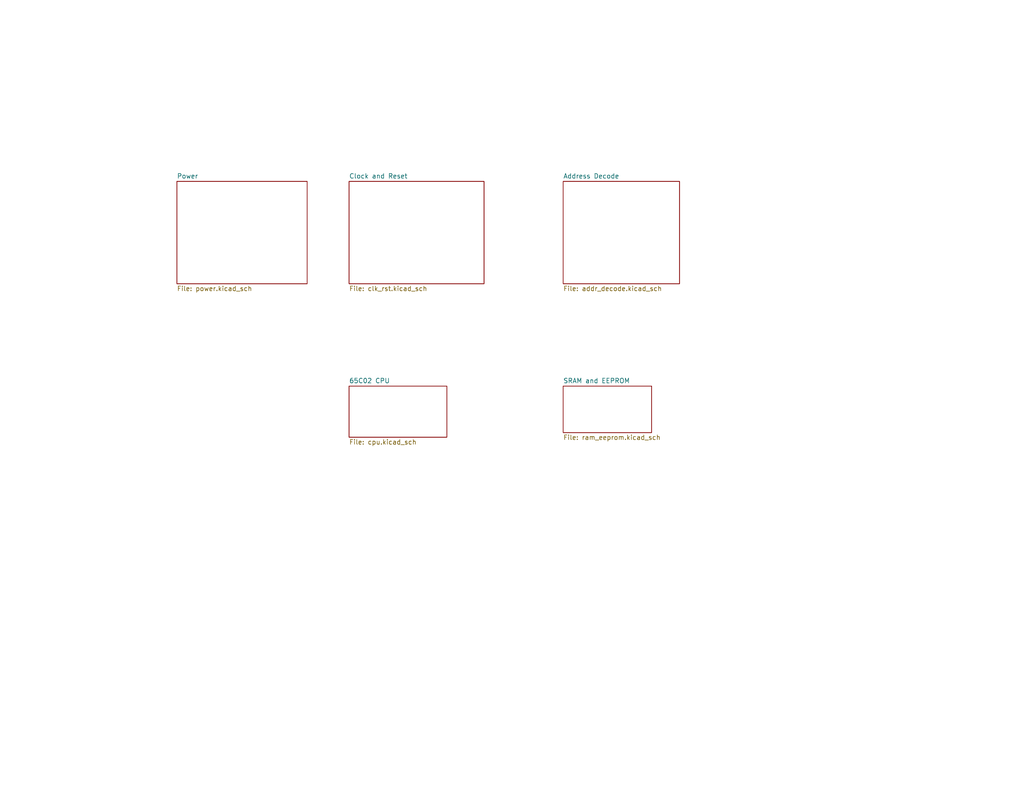
<source format=kicad_sch>
(kicad_sch
	(version 20231120)
	(generator "eeschema")
	(generator_version "8.0")
	(uuid "1c8fb460-190a-4823-a6aa-9b1d397d6158")
	(paper "A")
	(title_block
		(title "65C02 Single Board Computer")
		(rev "Mk. 0")
	)
	(lib_symbols)
	(sheet
		(at 95.25 105.41)
		(size 26.67 13.97)
		(fields_autoplaced yes)
		(stroke
			(width 0.1524)
			(type solid)
		)
		(fill
			(color 0 0 0 0.0000)
		)
		(uuid "0456201c-b4b8-4a85-8590-2dcf9ac729a4")
		(property "Sheetname" "65C02 CPU"
			(at 95.25 104.6984 0)
			(effects
				(font
					(size 1.27 1.27)
				)
				(justify left bottom)
			)
		)
		(property "Sheetfile" "cpu.kicad_sch"
			(at 95.25 119.9646 0)
			(effects
				(font
					(size 1.27 1.27)
				)
				(justify left top)
			)
		)
		(instances
			(project "SBC-prototype"
				(path "/1c8fb460-190a-4823-a6aa-9b1d397d6158"
					(page "5")
				)
			)
		)
	)
	(sheet
		(at 95.25 49.53)
		(size 36.83 27.94)
		(fields_autoplaced yes)
		(stroke
			(width 0.1524)
			(type solid)
		)
		(fill
			(color 0 0 0 0.0000)
		)
		(uuid "11b89fcc-67ce-4c2b-820d-bfcafe1ea5b4")
		(property "Sheetname" "Clock and Reset"
			(at 95.25 48.8184 0)
			(effects
				(font
					(size 1.27 1.27)
				)
				(justify left bottom)
			)
		)
		(property "Sheetfile" "clk_rst.kicad_sch"
			(at 95.25 78.0546 0)
			(effects
				(font
					(size 1.27 1.27)
				)
				(justify left top)
			)
		)
		(instances
			(project "SBC-prototype"
				(path "/1c8fb460-190a-4823-a6aa-9b1d397d6158"
					(page "3")
				)
			)
		)
	)
	(sheet
		(at 153.67 105.41)
		(size 24.13 12.7)
		(fields_autoplaced yes)
		(stroke
			(width 0.1524)
			(type solid)
		)
		(fill
			(color 0 0 0 0.0000)
		)
		(uuid "87997ef9-d955-4be7-8589-e8559e8df395")
		(property "Sheetname" "SRAM and EEPROM"
			(at 153.67 104.6984 0)
			(effects
				(font
					(size 1.27 1.27)
				)
				(justify left bottom)
			)
		)
		(property "Sheetfile" "ram_eeprom.kicad_sch"
			(at 153.67 118.6946 0)
			(effects
				(font
					(size 1.27 1.27)
				)
				(justify left top)
			)
		)
		(instances
			(project "SBC-prototype"
				(path "/1c8fb460-190a-4823-a6aa-9b1d397d6158"
					(page "6")
				)
			)
		)
	)
	(sheet
		(at 48.26 49.53)
		(size 35.56 27.94)
		(fields_autoplaced yes)
		(stroke
			(width 0.1524)
			(type solid)
		)
		(fill
			(color 0 0 0 0.0000)
		)
		(uuid "88544e40-0c25-4bb4-a1e2-94b60160133d")
		(property "Sheetname" "Power"
			(at 48.26 48.8184 0)
			(effects
				(font
					(size 1.27 1.27)
				)
				(justify left bottom)
			)
		)
		(property "Sheetfile" "power.kicad_sch"
			(at 48.26 78.0546 0)
			(effects
				(font
					(size 1.27 1.27)
				)
				(justify left top)
			)
		)
		(instances
			(project "SBC-prototype"
				(path "/1c8fb460-190a-4823-a6aa-9b1d397d6158"
					(page "2")
				)
			)
		)
	)
	(sheet
		(at 153.67 49.53)
		(size 31.75 27.94)
		(fields_autoplaced yes)
		(stroke
			(width 0.1524)
			(type solid)
		)
		(fill
			(color 0 0 0 0.0000)
		)
		(uuid "e7766c23-8958-410d-ac08-5e04e4de3c1a")
		(property "Sheetname" "Address Decode"
			(at 153.67 48.8184 0)
			(effects
				(font
					(size 1.27 1.27)
				)
				(justify left bottom)
			)
		)
		(property "Sheetfile" "addr_decode.kicad_sch"
			(at 153.67 78.0546 0)
			(effects
				(font
					(size 1.27 1.27)
				)
				(justify left top)
			)
		)
		(instances
			(project "SBC-prototype"
				(path "/1c8fb460-190a-4823-a6aa-9b1d397d6158"
					(page "4")
				)
			)
		)
	)
	(sheet_instances
		(path "/"
			(page "1")
		)
	)
)
</source>
